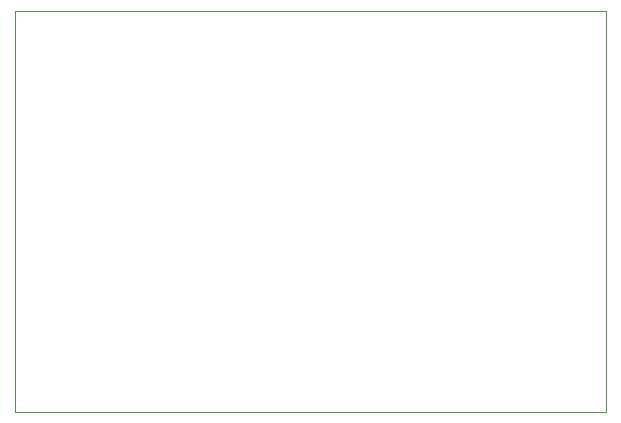
<source format=gbo>
G04 Layer_Color=32896*
%FSLAX25Y25*%
%MOIN*%
G70*
G01*
G75*
%ADD29C,0.00394*%
D29*
X0Y0D02*
Y133858D01*
X196850D01*
X0Y0D02*
X196850D01*
X135000D02*
X196850D01*
Y133858D01*
X0Y118000D02*
Y133465D01*
M02*

</source>
